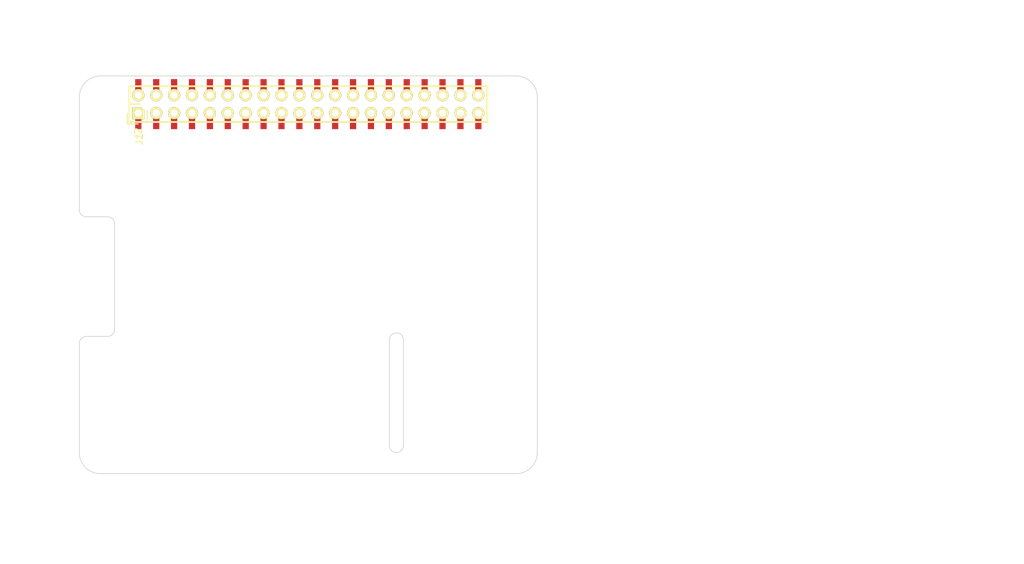
<source format=kicad_pcb>
(kicad_pcb (version 20171130) (host pcbnew "(5.0.1)-3")

  (general
    (thickness 1.6)
    (drawings 37)
    (tracks 0)
    (zones 0)
    (modules 6)
    (nets 81)
  )

  (page A4)
  (layers
    (0 F.Cu signal)
    (31 B.Cu signal)
    (32 B.Adhes user)
    (33 F.Adhes user)
    (34 B.Paste user)
    (35 F.Paste user)
    (36 B.SilkS user)
    (37 F.SilkS user)
    (38 B.Mask user)
    (39 F.Mask user)
    (40 Dwgs.User user)
    (41 Cmts.User user)
    (42 Eco1.User user)
    (43 Eco2.User user)
    (44 Edge.Cuts user)
    (45 Margin user)
    (46 B.CrtYd user)
    (47 F.CrtYd user)
    (48 B.Fab user)
    (49 F.Fab user)
  )

  (setup
    (last_trace_width 0.25)
    (user_trace_width 0.01)
    (user_trace_width 0.02)
    (user_trace_width 0.05)
    (user_trace_width 0.1)
    (user_trace_width 0.2)
    (trace_clearance 0.2)
    (zone_clearance 0.508)
    (zone_45_only no)
    (trace_min 0.01)
    (segment_width 0.2)
    (edge_width 0.1)
    (via_size 0.6)
    (via_drill 0.4)
    (via_min_size 0.4)
    (via_min_drill 0.3)
    (uvia_size 0.3)
    (uvia_drill 0.1)
    (uvias_allowed no)
    (uvia_min_size 0.2)
    (uvia_min_drill 0.1)
    (pcb_text_width 0.3)
    (pcb_text_size 1.5 1.5)
    (mod_edge_width 0.15)
    (mod_text_size 1 1)
    (mod_text_width 0.15)
    (pad_size 2.75 2.75)
    (pad_drill 2.75)
    (pad_to_mask_clearance 0)
    (solder_mask_min_width 0.25)
    (aux_axis_origin 0 0)
    (visible_elements 7FFEFFFF)
    (pcbplotparams
      (layerselection 0x00030_80000001)
      (usegerberextensions false)
      (usegerberattributes false)
      (usegerberadvancedattributes false)
      (creategerberjobfile false)
      (excludeedgelayer true)
      (linewidth 0.100000)
      (plotframeref false)
      (viasonmask false)
      (mode 1)
      (useauxorigin false)
      (hpglpennumber 1)
      (hpglpenspeed 20)
      (hpglpendiameter 15.000000)
      (psnegative false)
      (psa4output false)
      (plotreference true)
      (plotvalue true)
      (plotinvisibletext false)
      (padsonsilk false)
      (subtractmaskfromsilk false)
      (outputformat 1)
      (mirror false)
      (drillshape 0)
      (scaleselection 1)
      (outputdirectory "meta/"))
  )

  (net 0 "")
  (net 1 "Net-(J1-Pad34)")
  (net 2 "Net-(J1-Pad36)")
  (net 3 "Net-(J1-Pad40)")
  (net 4 "Net-(J1-Pad38)")
  (net 5 "Net-(J1-Pad18)")
  (net 6 "Net-(J1-Pad20)")
  (net 7 "Net-(J1-Pad24)")
  (net 8 "Net-(J1-Pad22)")
  (net 9 "Net-(J1-Pad30)")
  (net 10 "Net-(J1-Pad32)")
  (net 11 "Net-(J1-Pad28)")
  (net 12 "Net-(J1-Pad26)")
  (net 13 "Net-(J1-Pad10)")
  (net 14 "Net-(J1-Pad12)")
  (net 15 "Net-(J1-Pad16)")
  (net 16 "Net-(J1-Pad14)")
  (net 17 "Net-(J1-Pad6)")
  (net 18 "Net-(J1-Pad8)")
  (net 19 "Net-(J1-Pad4)")
  (net 20 "Net-(J1-Pad2)")
  (net 21 "Net-(J1-Pad39)")
  (net 22 "Net-(J1-Pad37)")
  (net 23 "Net-(J1-Pad33)")
  (net 24 "Net-(J1-Pad35)")
  (net 25 "Net-(J1-Pad27)")
  (net 26 "Net-(J1-Pad25)")
  (net 27 "Net-(J1-Pad29)")
  (net 28 "Net-(J1-Pad31)")
  (net 29 "Net-(J1-Pad23)")
  (net 30 "Net-(J1-Pad21)")
  (net 31 "Net-(J1-Pad17)")
  (net 32 "Net-(J1-Pad19)")
  (net 33 "Net-(J1-Pad3)")
  (net 34 "Net-(J1-Pad1)")
  (net 35 "Net-(J1-Pad5)")
  (net 36 "Net-(J1-Pad7)")
  (net 37 "Net-(J1-Pad15)")
  (net 38 "Net-(J1-Pad13)")
  (net 39 "Net-(J1-Pad9)")
  (net 40 "Net-(J1-Pad11)")
  (net 41 "Net-(J2-Pad1)")
  (net 42 "Net-(J2-Pad2)")
  (net 43 "Net-(J2-Pad3)")
  (net 44 "Net-(J2-Pad4)")
  (net 45 "Net-(J2-Pad5)")
  (net 46 "Net-(J2-Pad6)")
  (net 47 "Net-(J2-Pad7)")
  (net 48 "Net-(J2-Pad8)")
  (net 49 "Net-(J2-Pad9)")
  (net 50 "Net-(J2-Pad10)")
  (net 51 "Net-(J2-Pad11)")
  (net 52 "Net-(J2-Pad12)")
  (net 53 "Net-(J2-Pad13)")
  (net 54 "Net-(J2-Pad14)")
  (net 55 "Net-(J2-Pad15)")
  (net 56 "Net-(J2-Pad16)")
  (net 57 "Net-(J2-Pad17)")
  (net 58 "Net-(J2-Pad18)")
  (net 59 "Net-(J2-Pad19)")
  (net 60 "Net-(J2-Pad20)")
  (net 61 "Net-(J2-Pad21)")
  (net 62 "Net-(J2-Pad22)")
  (net 63 "Net-(J2-Pad23)")
  (net 64 "Net-(J2-Pad24)")
  (net 65 "Net-(J2-Pad25)")
  (net 66 "Net-(J2-Pad26)")
  (net 67 "Net-(J2-Pad27)")
  (net 68 "Net-(J2-Pad28)")
  (net 69 "Net-(J2-Pad29)")
  (net 70 "Net-(J2-Pad30)")
  (net 71 "Net-(J2-Pad31)")
  (net 72 "Net-(J2-Pad32)")
  (net 73 "Net-(J2-Pad33)")
  (net 74 "Net-(J2-Pad34)")
  (net 75 "Net-(J2-Pad35)")
  (net 76 "Net-(J2-Pad36)")
  (net 77 "Net-(J2-Pad37)")
  (net 78 "Net-(J2-Pad38)")
  (net 79 "Net-(J2-Pad39)")
  (net 80 "Net-(J2-Pad40)")

  (net_class Default "This is the default net class."
    (clearance 0.2)
    (trace_width 0.25)
    (via_dia 0.6)
    (via_drill 0.4)
    (uvia_dia 0.3)
    (uvia_drill 0.1)
    (add_net "Net-(J1-Pad1)")
    (add_net "Net-(J1-Pad10)")
    (add_net "Net-(J1-Pad11)")
    (add_net "Net-(J1-Pad12)")
    (add_net "Net-(J1-Pad13)")
    (add_net "Net-(J1-Pad14)")
    (add_net "Net-(J1-Pad15)")
    (add_net "Net-(J1-Pad16)")
    (add_net "Net-(J1-Pad17)")
    (add_net "Net-(J1-Pad18)")
    (add_net "Net-(J1-Pad19)")
    (add_net "Net-(J1-Pad2)")
    (add_net "Net-(J1-Pad20)")
    (add_net "Net-(J1-Pad21)")
    (add_net "Net-(J1-Pad22)")
    (add_net "Net-(J1-Pad23)")
    (add_net "Net-(J1-Pad24)")
    (add_net "Net-(J1-Pad25)")
    (add_net "Net-(J1-Pad26)")
    (add_net "Net-(J1-Pad27)")
    (add_net "Net-(J1-Pad28)")
    (add_net "Net-(J1-Pad29)")
    (add_net "Net-(J1-Pad3)")
    (add_net "Net-(J1-Pad30)")
    (add_net "Net-(J1-Pad31)")
    (add_net "Net-(J1-Pad32)")
    (add_net "Net-(J1-Pad33)")
    (add_net "Net-(J1-Pad34)")
    (add_net "Net-(J1-Pad35)")
    (add_net "Net-(J1-Pad36)")
    (add_net "Net-(J1-Pad37)")
    (add_net "Net-(J1-Pad38)")
    (add_net "Net-(J1-Pad39)")
    (add_net "Net-(J1-Pad4)")
    (add_net "Net-(J1-Pad40)")
    (add_net "Net-(J1-Pad5)")
    (add_net "Net-(J1-Pad6)")
    (add_net "Net-(J1-Pad7)")
    (add_net "Net-(J1-Pad8)")
    (add_net "Net-(J1-Pad9)")
    (add_net "Net-(J2-Pad1)")
    (add_net "Net-(J2-Pad10)")
    (add_net "Net-(J2-Pad11)")
    (add_net "Net-(J2-Pad12)")
    (add_net "Net-(J2-Pad13)")
    (add_net "Net-(J2-Pad14)")
    (add_net "Net-(J2-Pad15)")
    (add_net "Net-(J2-Pad16)")
    (add_net "Net-(J2-Pad17)")
    (add_net "Net-(J2-Pad18)")
    (add_net "Net-(J2-Pad19)")
    (add_net "Net-(J2-Pad2)")
    (add_net "Net-(J2-Pad20)")
    (add_net "Net-(J2-Pad21)")
    (add_net "Net-(J2-Pad22)")
    (add_net "Net-(J2-Pad23)")
    (add_net "Net-(J2-Pad24)")
    (add_net "Net-(J2-Pad25)")
    (add_net "Net-(J2-Pad26)")
    (add_net "Net-(J2-Pad27)")
    (add_net "Net-(J2-Pad28)")
    (add_net "Net-(J2-Pad29)")
    (add_net "Net-(J2-Pad3)")
    (add_net "Net-(J2-Pad30)")
    (add_net "Net-(J2-Pad31)")
    (add_net "Net-(J2-Pad32)")
    (add_net "Net-(J2-Pad33)")
    (add_net "Net-(J2-Pad34)")
    (add_net "Net-(J2-Pad35)")
    (add_net "Net-(J2-Pad36)")
    (add_net "Net-(J2-Pad37)")
    (add_net "Net-(J2-Pad38)")
    (add_net "Net-(J2-Pad39)")
    (add_net "Net-(J2-Pad4)")
    (add_net "Net-(J2-Pad40)")
    (add_net "Net-(J2-Pad5)")
    (add_net "Net-(J2-Pad6)")
    (add_net "Net-(J2-Pad7)")
    (add_net "Net-(J2-Pad8)")
    (add_net "Net-(J2-Pad9)")
  )

  (module RPi_Hat:Pin_Header_Straight_2x20 locked (layer F.Cu) (tedit 551989BF) (tstamp 5516AEA0)
    (at 32.5 4 90)
    (descr "Through hole pin header")
    (tags "pin header")
    (path /5515D395/5516AE26)
    (fp_text reference J2 (at -4.191 -24.13 270) (layer F.SilkS)
      (effects (font (size 1 1) (thickness 0.15)))
    )
    (fp_text value RPi_GPIO (at -1.27 -27.23 90) (layer F.Fab)
      (effects (font (size 1 1) (thickness 0.15)))
    )
    (fp_line (start -3.02 -25.88) (end -3.02 25.92) (layer F.CrtYd) (width 0.05))
    (fp_line (start 3.03 -25.88) (end 3.03 25.92) (layer F.CrtYd) (width 0.05))
    (fp_line (start -3.02 -25.88) (end 3.03 -25.88) (layer F.CrtYd) (width 0.05))
    (fp_line (start -3.02 25.92) (end 3.03 25.92) (layer F.CrtYd) (width 0.05))
    (fp_line (start 2.54 25.4) (end 2.54 -25.4) (layer F.SilkS) (width 0.15))
    (fp_line (start -2.54 -22.86) (end -2.54 25.4) (layer F.SilkS) (width 0.15))
    (fp_line (start 2.54 25.4) (end -2.54 25.4) (layer F.SilkS) (width 0.15))
    (fp_line (start 2.54 -25.4) (end 0 -25.4) (layer F.SilkS) (width 0.15))
    (fp_line (start -1.27 -25.68) (end -2.82 -25.68) (layer F.SilkS) (width 0.15))
    (fp_line (start 0 -25.4) (end 0 -22.86) (layer F.SilkS) (width 0.15))
    (fp_line (start 0 -22.86) (end -2.54 -22.86) (layer F.SilkS) (width 0.15))
    (fp_line (start -2.82 -25.68) (end -2.82 -24.13) (layer F.SilkS) (width 0.15))
    (pad 1 thru_hole rect (at -1.27 -24.13 90) (size 1.7272 1.7272) (drill 1.016) (layers *.Cu *.Mask F.SilkS)
      (net 41 "Net-(J2-Pad1)"))
    (pad 2 thru_hole oval (at 1.27 -24.13 90) (size 1.7272 1.7272) (drill 1.016) (layers *.Cu *.Mask F.SilkS)
      (net 42 "Net-(J2-Pad2)"))
    (pad 3 thru_hole oval (at -1.27 -21.59 90) (size 1.7272 1.7272) (drill 1.016) (layers *.Cu *.Mask F.SilkS)
      (net 43 "Net-(J2-Pad3)"))
    (pad 4 thru_hole oval (at 1.27 -21.59 90) (size 1.7272 1.7272) (drill 1.016) (layers *.Cu *.Mask F.SilkS)
      (net 44 "Net-(J2-Pad4)"))
    (pad 5 thru_hole oval (at -1.27 -19.05 90) (size 1.7272 1.7272) (drill 1.016) (layers *.Cu *.Mask F.SilkS)
      (net 45 "Net-(J2-Pad5)"))
    (pad 6 thru_hole oval (at 1.27 -19.05 90) (size 1.7272 1.7272) (drill 1.016) (layers *.Cu *.Mask F.SilkS)
      (net 46 "Net-(J2-Pad6)"))
    (pad 7 thru_hole oval (at -1.27 -16.51 90) (size 1.7272 1.7272) (drill 1.016) (layers *.Cu *.Mask F.SilkS)
      (net 47 "Net-(J2-Pad7)"))
    (pad 8 thru_hole oval (at 1.27 -16.51 90) (size 1.7272 1.7272) (drill 1.016) (layers *.Cu *.Mask F.SilkS)
      (net 48 "Net-(J2-Pad8)"))
    (pad 9 thru_hole oval (at -1.27 -13.97 90) (size 1.7272 1.7272) (drill 1.016) (layers *.Cu *.Mask F.SilkS)
      (net 49 "Net-(J2-Pad9)"))
    (pad 10 thru_hole oval (at 1.27 -13.97 90) (size 1.7272 1.7272) (drill 1.016) (layers *.Cu *.Mask F.SilkS)
      (net 50 "Net-(J2-Pad10)"))
    (pad 11 thru_hole oval (at -1.27 -11.43 90) (size 1.7272 1.7272) (drill 1.016) (layers *.Cu *.Mask F.SilkS)
      (net 51 "Net-(J2-Pad11)"))
    (pad 12 thru_hole oval (at 1.27 -11.43 90) (size 1.7272 1.7272) (drill 1.016) (layers *.Cu *.Mask F.SilkS)
      (net 52 "Net-(J2-Pad12)"))
    (pad 13 thru_hole oval (at -1.27 -8.89 90) (size 1.7272 1.7272) (drill 1.016) (layers *.Cu *.Mask F.SilkS)
      (net 53 "Net-(J2-Pad13)"))
    (pad 14 thru_hole oval (at 1.27 -8.89 90) (size 1.7272 1.7272) (drill 1.016) (layers *.Cu *.Mask F.SilkS)
      (net 54 "Net-(J2-Pad14)"))
    (pad 15 thru_hole oval (at -1.27 -6.35 90) (size 1.7272 1.7272) (drill 1.016) (layers *.Cu *.Mask F.SilkS)
      (net 55 "Net-(J2-Pad15)"))
    (pad 16 thru_hole oval (at 1.27 -6.35 90) (size 1.7272 1.7272) (drill 1.016) (layers *.Cu *.Mask F.SilkS)
      (net 56 "Net-(J2-Pad16)"))
    (pad 17 thru_hole oval (at -1.27 -3.81 90) (size 1.7272 1.7272) (drill 1.016) (layers *.Cu *.Mask F.SilkS)
      (net 57 "Net-(J2-Pad17)"))
    (pad 18 thru_hole oval (at 1.27 -3.81 90) (size 1.7272 1.7272) (drill 1.016) (layers *.Cu *.Mask F.SilkS)
      (net 58 "Net-(J2-Pad18)"))
    (pad 19 thru_hole oval (at -1.27 -1.27 90) (size 1.7272 1.7272) (drill 1.016) (layers *.Cu *.Mask F.SilkS)
      (net 59 "Net-(J2-Pad19)"))
    (pad 20 thru_hole oval (at 1.27 -1.27 90) (size 1.7272 1.7272) (drill 1.016) (layers *.Cu *.Mask F.SilkS)
      (net 60 "Net-(J2-Pad20)"))
    (pad 21 thru_hole oval (at -1.27 1.27 90) (size 1.7272 1.7272) (drill 1.016) (layers *.Cu *.Mask F.SilkS)
      (net 61 "Net-(J2-Pad21)"))
    (pad 22 thru_hole oval (at 1.27 1.27 90) (size 1.7272 1.7272) (drill 1.016) (layers *.Cu *.Mask F.SilkS)
      (net 62 "Net-(J2-Pad22)"))
    (pad 23 thru_hole oval (at -1.27 3.81 90) (size 1.7272 1.7272) (drill 1.016) (layers *.Cu *.Mask F.SilkS)
      (net 63 "Net-(J2-Pad23)"))
    (pad 24 thru_hole oval (at 1.27 3.81 90) (size 1.7272 1.7272) (drill 1.016) (layers *.Cu *.Mask F.SilkS)
      (net 64 "Net-(J2-Pad24)"))
    (pad 25 thru_hole oval (at -1.27 6.35 90) (size 1.7272 1.7272) (drill 1.016) (layers *.Cu *.Mask F.SilkS)
      (net 65 "Net-(J2-Pad25)"))
    (pad 26 thru_hole oval (at 1.27 6.35 90) (size 1.7272 1.7272) (drill 1.016) (layers *.Cu *.Mask F.SilkS)
      (net 66 "Net-(J2-Pad26)"))
    (pad 27 thru_hole oval (at -1.27 8.89 90) (size 1.7272 1.7272) (drill 1.016) (layers *.Cu *.Mask F.SilkS)
      (net 67 "Net-(J2-Pad27)"))
    (pad 28 thru_hole oval (at 1.27 8.89 90) (size 1.7272 1.7272) (drill 1.016) (layers *.Cu *.Mask F.SilkS)
      (net 68 "Net-(J2-Pad28)"))
    (pad 29 thru_hole oval (at -1.27 11.43 90) (size 1.7272 1.7272) (drill 1.016) (layers *.Cu *.Mask F.SilkS)
      (net 69 "Net-(J2-Pad29)"))
    (pad 30 thru_hole oval (at 1.27 11.43 90) (size 1.7272 1.7272) (drill 1.016) (layers *.Cu *.Mask F.SilkS)
      (net 70 "Net-(J2-Pad30)"))
    (pad 31 thru_hole oval (at -1.27 13.97 90) (size 1.7272 1.7272) (drill 1.016) (layers *.Cu *.Mask F.SilkS)
      (net 71 "Net-(J2-Pad31)"))
    (pad 32 thru_hole oval (at 1.27 13.97 90) (size 1.7272 1.7272) (drill 1.016) (layers *.Cu *.Mask F.SilkS)
      (net 72 "Net-(J2-Pad32)"))
    (pad 33 thru_hole oval (at -1.27 16.51 90) (size 1.7272 1.7272) (drill 1.016) (layers *.Cu *.Mask F.SilkS)
      (net 73 "Net-(J2-Pad33)"))
    (pad 34 thru_hole oval (at 1.27 16.51 90) (size 1.7272 1.7272) (drill 1.016) (layers *.Cu *.Mask F.SilkS)
      (net 74 "Net-(J2-Pad34)"))
    (pad 35 thru_hole oval (at -1.27 19.05 90) (size 1.7272 1.7272) (drill 1.016) (layers *.Cu *.Mask F.SilkS)
      (net 75 "Net-(J2-Pad35)"))
    (pad 36 thru_hole oval (at 1.27 19.05 90) (size 1.7272 1.7272) (drill 1.016) (layers *.Cu *.Mask F.SilkS)
      (net 76 "Net-(J2-Pad36)"))
    (pad 37 thru_hole oval (at -1.27 21.59 90) (size 1.7272 1.7272) (drill 1.016) (layers *.Cu *.Mask F.SilkS)
      (net 77 "Net-(J2-Pad37)"))
    (pad 38 thru_hole oval (at 1.27 21.59 90) (size 1.7272 1.7272) (drill 1.016) (layers *.Cu *.Mask F.SilkS)
      (net 78 "Net-(J2-Pad38)"))
    (pad 39 thru_hole oval (at -1.27 24.13 90) (size 1.7272 1.7272) (drill 1.016) (layers *.Cu *.Mask F.SilkS)
      (net 79 "Net-(J2-Pad39)"))
    (pad 40 thru_hole oval (at 1.27 24.13 90) (size 1.7272 1.7272) (drill 1.016) (layers *.Cu *.Mask F.SilkS)
      (net 80 "Net-(J2-Pad40)"))
    (model Pin_Headers.3dshapes/Pin_Header_Straight_2x20.wrl
      (at (xyz 0 0 0))
      (scale (xyz 1 1 1))
      (rotate (xyz 0 0 90))
    )
  )

  (module RPi_Hat:Samtec_HLE-120-02-XXX-DV-BE-XX-XX locked (layer F.Cu) (tedit 55198B5B) (tstamp 55174A29)
    (at 32.5 4 90)
    (path /5515D395/5515D39E)
    (fp_text reference J1 (at -5 -24 90) (layer F.SilkS)
      (effects (font (size 1 1) (thickness 0.15)))
    )
    (fp_text value RPi_GPIO (at 5.08 0) (layer F.Fab)
      (effects (font (size 1 1) (thickness 0.15)))
    )
    (fp_line (start 2.54 25.4) (end -2.54 25.4) (layer F.SilkS) (width 0.254))
    (fp_line (start -2.54 25.4) (end -2.54 -25.4) (layer F.SilkS) (width 0.254))
    (fp_line (start -2.54 -25.4) (end 2.54 -25.4) (layer F.SilkS) (width 0.254))
    (fp_line (start 2.54 -25.4) (end 2.54 25.4) (layer F.SilkS) (width 0.254))
    (pad 34 smd rect (at 2.7178 16.51 180) (size 0.889 1.6764) (layers F.Cu F.Paste F.Mask)
      (net 1 "Net-(J1-Pad34)"))
    (pad 36 smd rect (at 2.7178 19.05 180) (size 0.889 1.6764) (layers F.Cu F.Paste F.Mask)
      (net 2 "Net-(J1-Pad36)"))
    (pad 40 smd rect (at 2.7178 24.13 180) (size 0.889 1.6764) (layers F.Cu F.Paste F.Mask)
      (net 3 "Net-(J1-Pad40)"))
    (pad 38 smd rect (at 2.7178 21.59 180) (size 0.889 1.6764) (layers F.Cu F.Paste F.Mask)
      (net 4 "Net-(J1-Pad38)"))
    (pad 18 smd rect (at 2.7178 -3.81 180) (size 0.889 1.6764) (layers F.Cu F.Paste F.Mask)
      (net 5 "Net-(J1-Pad18)"))
    (pad 20 smd rect (at 2.7178 -1.27 180) (size 0.889 1.6764) (layers F.Cu F.Paste F.Mask)
      (net 6 "Net-(J1-Pad20)"))
    (pad 24 smd rect (at 2.7178 3.81 180) (size 0.889 1.6764) (layers F.Cu F.Paste F.Mask)
      (net 7 "Net-(J1-Pad24)"))
    (pad 22 smd rect (at 2.7178 1.27 180) (size 0.889 1.6764) (layers F.Cu F.Paste F.Mask)
      (net 8 "Net-(J1-Pad22)"))
    (pad 30 smd rect (at 2.7178 11.43 180) (size 0.889 1.6764) (layers F.Cu F.Paste F.Mask)
      (net 9 "Net-(J1-Pad30)"))
    (pad 32 smd rect (at 2.7178 13.97 180) (size 0.889 1.6764) (layers F.Cu F.Paste F.Mask)
      (net 10 "Net-(J1-Pad32)"))
    (pad 28 smd rect (at 2.7178 8.89 180) (size 0.889 1.6764) (layers F.Cu F.Paste F.Mask)
      (net 11 "Net-(J1-Pad28)"))
    (pad 26 smd rect (at 2.7178 6.35 180) (size 0.889 1.6764) (layers F.Cu F.Paste F.Mask)
      (net 12 "Net-(J1-Pad26)"))
    (pad 10 smd rect (at 2.7178 -13.97 180) (size 0.889 1.6764) (layers F.Cu F.Paste F.Mask)
      (net 13 "Net-(J1-Pad10)"))
    (pad 12 smd rect (at 2.7178 -11.43 180) (size 0.889 1.6764) (layers F.Cu F.Paste F.Mask)
      (net 14 "Net-(J1-Pad12)"))
    (pad 16 smd rect (at 2.7178 -6.35 180) (size 0.889 1.6764) (layers F.Cu F.Paste F.Mask)
      (net 15 "Net-(J1-Pad16)"))
    (pad 14 smd rect (at 2.7178 -8.89 180) (size 0.889 1.6764) (layers F.Cu F.Paste F.Mask)
      (net 16 "Net-(J1-Pad14)"))
    (pad 6 smd rect (at 2.7178 -19.05 180) (size 0.889 1.6764) (layers F.Cu F.Paste F.Mask)
      (net 17 "Net-(J1-Pad6)"))
    (pad 8 smd rect (at 2.7178 -16.51 180) (size 0.889 1.6764) (layers F.Cu F.Paste F.Mask)
      (net 18 "Net-(J1-Pad8)"))
    (pad 4 smd rect (at 2.7178 -21.59 180) (size 0.889 1.6764) (layers F.Cu F.Paste F.Mask)
      (net 19 "Net-(J1-Pad4)"))
    (pad 2 smd rect (at 2.7178 -24.13 180) (size 0.889 1.6764) (layers F.Cu F.Paste F.Mask)
      (net 20 "Net-(J1-Pad2)"))
    (pad 39 smd rect (at -2.7178 24.13 180) (size 0.889 1.6764) (layers F.Cu F.Paste F.Mask)
      (net 21 "Net-(J1-Pad39)"))
    (pad 37 smd rect (at -2.7178 21.59 180) (size 0.889 1.6764) (layers F.Cu F.Paste F.Mask)
      (net 22 "Net-(J1-Pad37)"))
    (pad 33 smd rect (at -2.7178 16.51 180) (size 0.889 1.6764) (layers F.Cu F.Paste F.Mask)
      (net 23 "Net-(J1-Pad33)"))
    (pad 35 smd rect (at -2.7178 19.05 180) (size 0.889 1.6764) (layers F.Cu F.Paste F.Mask)
      (net 24 "Net-(J1-Pad35)"))
    (pad 27 smd rect (at -2.7178 8.89 180) (size 0.889 1.6764) (layers F.Cu F.Paste F.Mask)
      (net 25 "Net-(J1-Pad27)"))
    (pad 25 smd rect (at -2.7178 6.35 180) (size 0.889 1.6764) (layers F.Cu F.Paste F.Mask)
      (net 26 "Net-(J1-Pad25)"))
    (pad 29 smd rect (at -2.7178 11.43 180) (size 0.889 1.6764) (layers F.Cu F.Paste F.Mask)
      (net 27 "Net-(J1-Pad29)"))
    (pad 31 smd rect (at -2.7178 13.97 180) (size 0.889 1.6764) (layers F.Cu F.Paste F.Mask)
      (net 28 "Net-(J1-Pad31)"))
    (pad 23 smd rect (at -2.7178 3.81 180) (size 0.889 1.6764) (layers F.Cu F.Paste F.Mask)
      (net 29 "Net-(J1-Pad23)"))
    (pad 21 smd rect (at -2.7178 1.27 180) (size 0.889 1.6764) (layers F.Cu F.Paste F.Mask)
      (net 30 "Net-(J1-Pad21)"))
    (pad 17 smd rect (at -2.7178 -3.81 180) (size 0.889 1.6764) (layers F.Cu F.Paste F.Mask)
      (net 31 "Net-(J1-Pad17)"))
    (pad 19 smd rect (at -2.7178 -1.27 180) (size 0.889 1.6764) (layers F.Cu F.Paste F.Mask)
      (net 32 "Net-(J1-Pad19)"))
    (pad 3 smd rect (at -2.7178 -21.59 180) (size 0.889 1.6764) (layers F.Cu F.Paste F.Mask)
      (net 33 "Net-(J1-Pad3)"))
    (pad 1 smd rect (at -2.7178 -24.13 180) (size 0.889 1.6764) (layers F.Cu F.Paste F.Mask)
      (net 34 "Net-(J1-Pad1)"))
    (pad 5 smd rect (at -2.7178 -19.05 180) (size 0.889 1.6764) (layers F.Cu F.Paste F.Mask)
      (net 35 "Net-(J1-Pad5)"))
    (pad 7 smd rect (at -2.7178 -16.51 180) (size 0.889 1.6764) (layers F.Cu F.Paste F.Mask)
      (net 36 "Net-(J1-Pad7)"))
    (pad 15 smd rect (at -2.7178 -6.35 180) (size 0.889 1.6764) (layers F.Cu F.Paste F.Mask)
      (net 37 "Net-(J1-Pad15)"))
    (pad 13 smd rect (at -2.7178 -8.89 180) (size 0.889 1.6764) (layers F.Cu F.Paste F.Mask)
      (net 38 "Net-(J1-Pad13)"))
    (pad "" np_thru_hole circle (at -1.27 3.81) (size 0.9652 0.9652) (drill 0.9652) (layers *.Cu *.Mask F.SilkS))
    (pad "" np_thru_hole circle (at -1.27 1.27) (size 0.9652 0.9652) (drill 0.9652) (layers *.Cu *.Mask F.SilkS))
    (pad "" np_thru_hole circle (at -1.27 6.35) (size 0.9652 0.9652) (drill 0.9652) (layers *.Cu *.Mask F.SilkS))
    (pad "" np_thru_hole circle (at -1.27 8.89) (size 0.9652 0.9652) (drill 0.9652) (layers *.Cu *.Mask F.SilkS))
    (pad "" np_thru_hole circle (at -1.27 19.05) (size 0.9652 0.9652) (drill 0.9652) (layers *.Cu *.Mask F.SilkS))
    (pad "" np_thru_hole circle (at -1.27 16.51) (size 0.9652 0.9652) (drill 0.9652) (layers *.Cu *.Mask F.SilkS))
    (pad "" np_thru_hole circle (at -1.27 11.43) (size 0.9652 0.9652) (drill 0.9652) (layers *.Cu *.Mask F.SilkS))
    (pad "" np_thru_hole circle (at -1.27 13.97) (size 0.9652 0.9652) (drill 0.9652) (layers *.Cu *.Mask F.SilkS))
    (pad "" np_thru_hole circle (at -1.27 21.59) (size 0.9652 0.9652) (drill 0.9652) (layers *.Cu *.Mask F.SilkS))
    (pad "" np_thru_hole circle (at -1.27 24.13) (size 0.9652 0.9652) (drill 0.9652) (layers *.Cu *.Mask F.SilkS))
    (pad "" np_thru_hole circle (at -1.27 -1.27) (size 0.9652 0.9652) (drill 0.9652) (layers *.Cu *.Mask F.SilkS))
    (pad "" np_thru_hole circle (at -1.27 -3.81) (size 0.9652 0.9652) (drill 0.9652) (layers *.Cu *.Mask F.SilkS))
    (pad "" np_thru_hole circle (at -1.27 -11.43) (size 0.9652 0.9652) (drill 0.9652) (layers *.Cu *.Mask F.SilkS))
    (pad "" np_thru_hole circle (at -1.27 -13.97) (size 0.9652 0.9652) (drill 0.9652) (layers *.Cu *.Mask F.SilkS))
    (pad "" np_thru_hole circle (at -1.27 -8.89) (size 0.9652 0.9652) (drill 0.9652) (layers *.Cu *.Mask F.SilkS))
    (pad "" np_thru_hole circle (at -1.27 -6.35) (size 0.9652 0.9652) (drill 0.9652) (layers *.Cu *.Mask F.SilkS))
    (pad "" np_thru_hole circle (at -1.27 -16.51) (size 0.9652 0.9652) (drill 0.9652) (layers *.Cu *.Mask F.SilkS))
    (pad "" np_thru_hole circle (at -1.27 -19.05) (size 0.9652 0.9652) (drill 0.9652) (layers *.Cu *.Mask F.SilkS))
    (pad "" np_thru_hole circle (at -1.27 -24.13) (size 0.9652 0.9652) (drill 0.9652) (layers *.Cu *.Mask F.SilkS))
    (pad "" np_thru_hole circle (at -1.27 -21.59) (size 0.9652 0.9652) (drill 0.9652) (layers *.Cu *.Mask F.SilkS))
    (pad "" np_thru_hole circle (at 1.27 -21.59) (size 0.9652 0.9652) (drill 0.9652) (layers *.Cu *.Mask F.SilkS))
    (pad "" np_thru_hole circle (at 1.27 -24.13) (size 0.9652 0.9652) (drill 0.9652) (layers *.Cu *.Mask F.SilkS))
    (pad "" np_thru_hole circle (at 1.27 -19.05) (size 0.9652 0.9652) (drill 0.9652) (layers *.Cu *.Mask F.SilkS))
    (pad "" np_thru_hole circle (at 1.27 -16.51) (size 0.9652 0.9652) (drill 0.9652) (layers *.Cu *.Mask F.SilkS))
    (pad "" np_thru_hole circle (at 1.27 -6.35) (size 0.9652 0.9652) (drill 0.9652) (layers *.Cu *.Mask F.SilkS))
    (pad "" np_thru_hole circle (at 1.27 -8.89) (size 0.9652 0.9652) (drill 0.9652) (layers *.Cu *.Mask F.SilkS))
    (pad "" np_thru_hole circle (at 1.27 -13.97) (size 0.9652 0.9652) (drill 0.9652) (layers *.Cu *.Mask F.SilkS))
    (pad "" np_thru_hole circle (at 1.27 -11.43) (size 0.9652 0.9652) (drill 0.9652) (layers *.Cu *.Mask F.SilkS))
    (pad "" np_thru_hole circle (at 1.27 -3.81) (size 0.9652 0.9652) (drill 0.9652) (layers *.Cu *.Mask F.SilkS))
    (pad "" np_thru_hole circle (at 1.27 -1.27) (size 0.9652 0.9652) (drill 0.9652) (layers *.Cu *.Mask F.SilkS))
    (pad "" np_thru_hole circle (at 1.27 24.13) (size 0.9652 0.9652) (drill 0.9652) (layers *.Cu *.Mask F.SilkS))
    (pad "" np_thru_hole circle (at 1.27 21.59) (size 0.9652 0.9652) (drill 0.9652) (layers *.Cu *.Mask F.SilkS))
    (pad "" np_thru_hole circle (at 1.27 13.97) (size 0.9652 0.9652) (drill 0.9652) (layers *.Cu *.Mask F.SilkS))
    (pad "" np_thru_hole circle (at 1.27 11.43) (size 0.9652 0.9652) (drill 0.9652) (layers *.Cu *.Mask F.SilkS))
    (pad "" np_thru_hole circle (at 1.27 16.51) (size 0.9652 0.9652) (drill 0.9652) (layers *.Cu *.Mask F.SilkS))
    (pad "" np_thru_hole circle (at 1.27 19.05) (size 0.9652 0.9652) (drill 0.9652) (layers *.Cu *.Mask F.SilkS))
    (pad "" np_thru_hole circle (at 1.27 8.89) (size 0.9652 0.9652) (drill 0.9652) (layers *.Cu *.Mask F.SilkS))
    (pad "" np_thru_hole circle (at 1.27 6.35) (size 0.9652 0.9652) (drill 0.9652) (layers *.Cu *.Mask F.SilkS))
    (pad "" np_thru_hole circle (at 1.27 1.27) (size 0.9652 0.9652) (drill 0.9652) (layers *.Cu *.Mask F.SilkS))
    (pad "" np_thru_hole circle (at 1.27 3.81) (size 0.9652 0.9652) (drill 0.9652) (layers *.Cu *.Mask F.SilkS))
    (pad 9 smd rect (at -2.7178 -13.97 180) (size 0.889 1.6764) (layers F.Cu F.Paste F.Mask)
      (net 39 "Net-(J1-Pad9)"))
    (pad 11 smd rect (at -2.7178 -11.43 180) (size 0.889 1.6764) (layers F.Cu F.Paste F.Mask)
      (net 40 "Net-(J1-Pad11)"))
    (pad "" np_thru_hole circle (at 0 -22.86) (size 1.778 1.778) (drill 1.778) (layers *.Cu *.Mask F.SilkS))
    (pad "" np_thru_hole circle (at 0 22.86) (size 1.778 1.778) (drill 1.778) (layers *.Cu *.Mask F.SilkS))
  )

  (module RPi_Hat:RPi_Hat_Mounting_Hole locked (layer F.Cu) (tedit 55217C7B) (tstamp 5515DEA9)
    (at 61.5 4)
    (descr "Mounting hole, Befestigungsbohrung, 2,7mm, No Annular, Kein Restring,")
    (tags "Mounting hole, Befestigungsbohrung, 2,7mm, No Annular, Kein Restring,")
    (fp_text reference "" (at 0 -4.0005) (layer F.SilkS) hide
      (effects (font (size 1 1) (thickness 0.15)))
    )
    (fp_text value "" (at 0.09906 3.59918) (layer F.Fab) hide
      (effects (font (size 1 1) (thickness 0.15)))
    )
    (fp_circle (center 0 0) (end 1.375 0) (layer F.Fab) (width 0.15))
    (fp_circle (center 0 0) (end 3.1 0) (layer F.Fab) (width 0.15))
    (fp_circle (center 0 0) (end 3.1 0) (layer B.Fab) (width 0.15))
    (fp_circle (center 0 0) (end 1.375 0) (layer B.Fab) (width 0.15))
    (fp_circle (center 0 0) (end 3.1 0) (layer F.CrtYd) (width 0.15))
    (fp_circle (center 0 0) (end 3.1 0) (layer B.CrtYd) (width 0.15))
    (pad "" np_thru_hole circle (at 0 0) (size 2.75 2.75) (drill 2.75) (layers *.Cu *.Mask)
      (solder_mask_margin 1.725) (clearance 1.725))
  )

  (module RPi_Hat:RPi_Hat_Mounting_Hole locked (layer F.Cu) (tedit 55217CCB) (tstamp 55169DC9)
    (at 61.5 53)
    (descr "Mounting hole, Befestigungsbohrung, 2,7mm, No Annular, Kein Restring,")
    (tags "Mounting hole, Befestigungsbohrung, 2,7mm, No Annular, Kein Restring,")
    (fp_text reference "" (at 0 -4.0005) (layer F.SilkS) hide
      (effects (font (size 1 1) (thickness 0.15)))
    )
    (fp_text value "" (at 0.09906 3.59918) (layer F.Fab) hide
      (effects (font (size 1 1) (thickness 0.15)))
    )
    (fp_circle (center 0 0) (end 1.375 0) (layer F.Fab) (width 0.15))
    (fp_circle (center 0 0) (end 3.1 0) (layer F.Fab) (width 0.15))
    (fp_circle (center 0 0) (end 3.1 0) (layer B.Fab) (width 0.15))
    (fp_circle (center 0 0) (end 1.375 0) (layer B.Fab) (width 0.15))
    (fp_circle (center 0 0) (end 3.1 0) (layer F.CrtYd) (width 0.15))
    (fp_circle (center 0 0) (end 3.1 0) (layer B.CrtYd) (width 0.15))
    (pad "" np_thru_hole circle (at 0 0) (size 2.75 2.75) (drill 2.75) (layers *.Cu *.Mask)
      (solder_mask_margin 1.725) (clearance 1.725))
  )

  (module RPi_Hat:RPi_Hat_Mounting_Hole locked (layer F.Cu) (tedit 55217CB9) (tstamp 5515DECC)
    (at 3.5 53)
    (descr "Mounting hole, Befestigungsbohrung, 2,7mm, No Annular, Kein Restring,")
    (tags "Mounting hole, Befestigungsbohrung, 2,7mm, No Annular, Kein Restring,")
    (fp_text reference "" (at 0 -4.0005) (layer F.SilkS) hide
      (effects (font (size 1 1) (thickness 0.15)))
    )
    (fp_text value "" (at 0.09906 3.59918) (layer F.Fab) hide
      (effects (font (size 1 1) (thickness 0.15)))
    )
    (fp_circle (center 0 0) (end 1.375 0) (layer F.Fab) (width 0.15))
    (fp_circle (center 0 0) (end 3.1 0) (layer F.Fab) (width 0.15))
    (fp_circle (center 0 0) (end 3.1 0) (layer B.Fab) (width 0.15))
    (fp_circle (center 0 0) (end 1.375 0) (layer B.Fab) (width 0.15))
    (fp_circle (center 0 0) (end 3.1 0) (layer F.CrtYd) (width 0.15))
    (fp_circle (center 0 0) (end 3.1 0) (layer B.CrtYd) (width 0.15))
    (pad "" np_thru_hole circle (at 0 0) (size 2.75 2.75) (drill 2.75) (layers *.Cu *.Mask)
      (solder_mask_margin 1.725) (clearance 1.725))
  )

  (module RPi_Hat:RPi_Hat_Mounting_Hole locked (layer F.Cu) (tedit 55217CA2) (tstamp 5515DEBF)
    (at 3.5 4)
    (descr "Mounting hole, Befestigungsbohrung, 2,7mm, No Annular, Kein Restring,")
    (tags "Mounting hole, Befestigungsbohrung, 2,7mm, No Annular, Kein Restring,")
    (fp_text reference "" (at 0 -4.0005) (layer F.SilkS) hide
      (effects (font (size 1 1) (thickness 0.15)))
    )
    (fp_text value "" (at 0.09906 3.59918) (layer F.Fab) hide
      (effects (font (size 1 1) (thickness 0.15)))
    )
    (fp_circle (center 0 0) (end 1.375 0) (layer F.Fab) (width 0.15))
    (fp_circle (center 0 0) (end 3.1 0) (layer F.Fab) (width 0.15))
    (fp_circle (center 0 0) (end 3.1 0) (layer B.Fab) (width 0.15))
    (fp_circle (center 0 0) (end 1.375 0) (layer B.Fab) (width 0.15))
    (fp_circle (center 0 0) (end 3.1 0) (layer F.CrtYd) (width 0.15))
    (fp_circle (center 0 0) (end 3.1 0) (layer B.CrtYd) (width 0.15))
    (pad "" np_thru_hole circle (at 0 0) (size 2.75 2.75) (drill 2.75) (layers *.Cu *.Mask)
      (solder_mask_margin 1.725) (clearance 1.725))
  )

  (gr_text "Select one of these board edges depending \nupon the type of socket that is used." (at 82.5 0.5) (layer Cmts.User)
    (effects (font (size 1.5 1.5) (thickness 0.15)) (justify left))
  )
  (gr_text "Dimensions taken from\nhttps://github.com/raspberrypi/hats/blob/master/hat-board-mechanical.pdf" (at 36.5 67) (layer Cmts.User)
    (effects (font (size 1.5 1.5) (thickness 0.15) italic))
  )
  (dimension 56 (width 0.15) (layer Dwgs.User)
    (gr_text "56 mm (Thru-hole socket J2)" (at 75.35 28.5 270) (layer Dwgs.User)
      (effects (font (size 1.5 1.5) (thickness 0.15)))
    )
    (feature1 (pts (xy 66 56.5) (xy 76.7 56.5)))
    (feature2 (pts (xy 66 0.5) (xy 76.7 0.5)))
    (crossbar (pts (xy 74 0.5) (xy 74 56.5)))
    (arrow1a (pts (xy 74 56.5) (xy 73.413579 55.373496)))
    (arrow1b (pts (xy 74 56.5) (xy 74.586421 55.373496)))
    (arrow2a (pts (xy 74 0.5) (xy 73.413579 1.626504)))
    (arrow2b (pts (xy 74 0.5) (xy 74.586421 1.626504)))
  )
  (dimension 11.5 (width 0.15) (layer Dwgs.User)
    (gr_text "11.5 mm" (at 39.150001 50.75 270) (layer Dwgs.User)
      (effects (font (size 1.5 1.5) (thickness 0.15)))
    )
    (feature1 (pts (xy 43 56.5) (xy 37.800001 56.5)))
    (feature2 (pts (xy 43 45) (xy 37.800001 45)))
    (crossbar (pts (xy 40.500001 45) (xy 40.500001 56.5)))
    (arrow1a (pts (xy 40.500001 56.5) (xy 39.91358 55.373496)))
    (arrow1b (pts (xy 40.500001 56.5) (xy 41.086422 55.373496)))
    (arrow2a (pts (xy 40.500001 45) (xy 39.91358 46.126504)))
    (arrow2b (pts (xy 40.500001 45) (xy 41.086422 46.126504)))
  )
  (dimension 2 (width 0.15) (layer Dwgs.User) (tstamp 5516A8F7)
    (gr_text "2 mm" (at 49.75 33) (layer Dwgs.User) (tstamp 5516A8F7)
      (effects (font (size 1.5 1.5) (thickness 0.15)))
    )
    (feature1 (pts (xy 46 35.5) (xy 46 30.300001)))
    (feature2 (pts (xy 44 35.5) (xy 44 30.300001)))
    (crossbar (pts (xy 44 33.000001) (xy 46 33.000001)))
    (arrow1a (pts (xy 46 33.000001) (xy 44.873496 33.586422)))
    (arrow1b (pts (xy 46 33.000001) (xy 44.873496 32.41358)))
    (arrow2a (pts (xy 44 33.000001) (xy 45.126504 33.586422)))
    (arrow2b (pts (xy 44 33.000001) (xy 45.126504 32.41358)))
  )
  (dimension 17 (width 0.15) (layer Dwgs.User)
    (gr_text "17 mm" (at 51.35 45 270) (layer Dwgs.User)
      (effects (font (size 1.5 1.5) (thickness 0.15)))
    )
    (feature1 (pts (xy 47 53.5) (xy 52.7 53.5)))
    (feature2 (pts (xy 47 36.5) (xy 52.7 36.5)))
    (crossbar (pts (xy 50 36.5) (xy 50 53.5)))
    (arrow1a (pts (xy 50 53.5) (xy 49.413579 52.373496)))
    (arrow1b (pts (xy 50 53.5) (xy 50.586421 52.373496)))
    (arrow2a (pts (xy 50 36.5) (xy 49.413579 37.626504)))
    (arrow2b (pts (xy 50 36.5) (xy 50.586421 37.626504)))
  )
  (dimension 3.5 (width 0.15) (layer Dwgs.User)
    (gr_text "3.5 mm" (at 8.5 60) (layer Dwgs.User)
      (effects (font (size 1.5 1.5) (thickness 0.15)))
    )
    (feature1 (pts (xy 3.5 57.5) (xy 3.5 62.7)))
    (feature2 (pts (xy 0 57.5) (xy 0 62.7)))
    (crossbar (pts (xy 0 60) (xy 3.5 60)))
    (arrow1a (pts (xy 3.5 60) (xy 2.373496 60.586421)))
    (arrow1b (pts (xy 3.5 60) (xy 2.373496 59.413579)))
    (arrow2a (pts (xy 0 60) (xy 1.126504 60.586421)))
    (arrow2b (pts (xy 0 60) (xy 1.126504 59.413579)))
  )
  (dimension 3.5 (width 0.15) (layer Dwgs.User) (tstamp 55169E80)
    (gr_text "3.5 mm" (at 10.25 48.25 270) (layer Dwgs.User) (tstamp 55169E80)
      (effects (font (size 1.5 1.5) (thickness 0.15)))
    )
    (feature1 (pts (xy 7 56.5) (xy 12.7 56.5)))
    (feature2 (pts (xy 7 53) (xy 12.7 53)))
    (crossbar (pts (xy 10 53) (xy 10 56.5)))
    (arrow1a (pts (xy 10 56.5) (xy 9.413579 55.373496)))
    (arrow1b (pts (xy 10 56.5) (xy 10.586421 55.373496)))
    (arrow2a (pts (xy 10 53) (xy 9.413579 54.126504)))
    (arrow2b (pts (xy 10 53) (xy 10.586421 54.126504)))
  )
  (dimension 49 (width 0.15) (layer Dwgs.User)
    (gr_text "49 mm" (at 70.349999 28.5 270) (layer Dwgs.User)
      (effects (font (size 1.5 1.5) (thickness 0.15)))
    )
    (feature1 (pts (xy 66 53) (xy 71.699999 53)))
    (feature2 (pts (xy 66 4) (xy 71.699999 4)))
    (crossbar (pts (xy 68.999999 4) (xy 68.999999 53)))
    (arrow1a (pts (xy 68.999999 53) (xy 68.413578 51.873496)))
    (arrow1b (pts (xy 68.999999 53) (xy 69.58642 51.873496)))
    (arrow2a (pts (xy 68.999999 4) (xy 68.413578 5.126504)))
    (arrow2b (pts (xy 68.999999 4) (xy 69.58642 5.126504)))
  )
  (dimension 19.5 (width 0.15) (layer Dwgs.User) (tstamp 55169DA3)
    (gr_text "19.5 mm" (at -5.35 46.75 270) (layer Dwgs.User) (tstamp 55169DA3)
      (effects (font (size 1.5 1.5) (thickness 0.15)))
    )
    (feature1 (pts (xy -1 56.5) (xy -6.7 56.5)))
    (feature2 (pts (xy -1 37) (xy -6.7 37)))
    (crossbar (pts (xy -4 37) (xy -4 56.5)))
    (arrow1a (pts (xy -4 56.5) (xy -4.586421 55.373496)))
    (arrow1b (pts (xy -4 56.5) (xy -3.413579 55.373496)))
    (arrow2a (pts (xy -4 37) (xy -4.586421 38.126504)))
    (arrow2b (pts (xy -4 37) (xy -3.413579 38.126504)))
  )
  (dimension 17 (width 0.15) (layer Dwgs.User)
    (gr_text "17 mm" (at 9.35 28.5 270) (layer Dwgs.User)
      (effects (font (size 1.5 1.5) (thickness 0.15)))
    )
    (feature1 (pts (xy 6 37) (xy 10.7 37)))
    (feature2 (pts (xy 6 20) (xy 10.7 20)))
    (crossbar (pts (xy 8 20) (xy 8 37)))
    (arrow1a (pts (xy 8 37) (xy 7.413579 35.873496)))
    (arrow1b (pts (xy 8 37) (xy 8.586421 35.873496)))
    (arrow2a (pts (xy 8 20) (xy 7.413579 21.126504)))
    (arrow2b (pts (xy 8 20) (xy 8.586421 21.126504)))
  )
  (dimension 5 (width 0.15) (layer Dwgs.User)
    (gr_text "5 mm" (at 8.75 18) (layer Dwgs.User)
      (effects (font (size 1.5 1.5) (thickness 0.15)))
    )
    (feature1 (pts (xy 5 20) (xy 5 15.3)))
    (feature2 (pts (xy 0 20) (xy 0 15.3)))
    (crossbar (pts (xy 0 18) (xy 5 18)))
    (arrow1a (pts (xy 5 18) (xy 3.873496 18.586421)))
    (arrow1b (pts (xy 5 18) (xy 3.873496 17.413579)))
    (arrow2a (pts (xy 0 18) (xy 1.126504 18.586421)))
    (arrow2b (pts (xy 0 18) (xy 1.126504 17.413579)))
  )
  (dimension 29 (width 0.15) (layer Dwgs.User)
    (gr_text "29 mm" (at 18 11.849999) (layer Dwgs.User)
      (effects (font (size 1.5 1.5) (thickness 0.15)))
    )
    (feature1 (pts (xy 32.5 8) (xy 32.5 13.199999)))
    (feature2 (pts (xy 3.5 8) (xy 3.5 13.199999)))
    (crossbar (pts (xy 3.5 10.499999) (xy 32.5 10.499999)))
    (arrow1a (pts (xy 32.5 10.499999) (xy 31.373496 11.08642)))
    (arrow1b (pts (xy 32.5 10.499999) (xy 31.373496 9.913578)))
    (arrow2a (pts (xy 3.5 10.499999) (xy 4.626504 11.08642)))
    (arrow2b (pts (xy 3.5 10.499999) (xy 4.626504 9.913578)))
  )
  (dimension 58 (width 0.15) (layer Dwgs.User)
    (gr_text "58 mm" (at 32.5 -4.85) (layer Dwgs.User)
      (effects (font (size 1.5 1.5) (thickness 0.15)))
    )
    (feature1 (pts (xy 61.5 -1) (xy 61.5 -6.2)))
    (feature2 (pts (xy 3.5 -1) (xy 3.5 -6.2)))
    (crossbar (pts (xy 3.5 -3.5) (xy 61.5 -3.5)))
    (arrow1a (pts (xy 61.5 -3.5) (xy 60.373496 -2.913579)))
    (arrow1b (pts (xy 61.5 -3.5) (xy 60.373496 -4.086421)))
    (arrow2a (pts (xy 3.5 -3.5) (xy 4.626504 -2.913579)))
    (arrow2b (pts (xy 3.5 -3.5) (xy 4.626504 -4.086421)))
  )
  (dimension 65 (width 0.15) (layer Dwgs.User)
    (gr_text "65 mm" (at 32.5 -9.35) (layer Dwgs.User)
      (effects (font (size 1.5 1.5) (thickness 0.15)))
    )
    (feature1 (pts (xy 65 -1) (xy 65 -10.7)))
    (feature2 (pts (xy 0 -1) (xy 0 -10.7)))
    (crossbar (pts (xy 0 -8) (xy 65 -8)))
    (arrow1a (pts (xy 65 -8) (xy 63.873496 -7.413579)))
    (arrow1b (pts (xy 65 -8) (xy 63.873496 -8.586421)))
    (arrow2a (pts (xy 0 -8) (xy 1.126504 -7.413579)))
    (arrow2b (pts (xy 0 -8) (xy 1.126504 -8.586421)))
  )
  (dimension 56.5 (width 0.15) (layer Dwgs.User)
    (gr_text "56.5 mm (SMT socket J1)" (at 79.35 28.25 270) (layer Dwgs.User)
      (effects (font (size 1.5 1.5) (thickness 0.15)))
    )
    (feature1 (pts (xy 66 56.5) (xy 80.7 56.5)))
    (feature2 (pts (xy 66 0) (xy 80.7 0)))
    (crossbar (pts (xy 78 0) (xy 78 56.5)))
    (arrow1a (pts (xy 78 56.5) (xy 77.413579 55.373496)))
    (arrow1b (pts (xy 78 56.5) (xy 78.586421 55.373496)))
    (arrow2a (pts (xy 78 0) (xy 77.413579 1.126504)))
    (arrow2b (pts (xy 78 0) (xy 78.586421 1.126504)))
  )
  (gr_text "Camera Flex Slot\n(Optional)" (at 44.75 60.25) (layer Cmts.User) (tstamp 55169D99)
    (effects (font (size 1.5 1.5) (thickness 0.15)))
  )
  (gr_arc (start 45 52.5) (end 44 52.5) (angle -180) (layer Edge.Cuts) (width 0.1) (tstamp 5515DF03))
  (gr_arc (start 45 37.5) (end 44 37.5) (angle 180) (layer Edge.Cuts) (width 0.1))
  (gr_line (start 46 37.5) (end 46 52.5) (angle 90) (layer Edge.Cuts) (width 0.1) (tstamp 5515DEFA))
  (gr_line (start 44 37.5) (end 44 52.5) (angle 90) (layer Edge.Cuts) (width 0.1))
  (gr_arc (start 1 38) (end 0 38) (angle 90) (layer Edge.Cuts) (width 0.1) (tstamp 5515814F))
  (gr_arc (start 4 36) (end 5 36) (angle 90) (layer Edge.Cuts) (width 0.1) (tstamp 5515812E))
  (gr_arc (start 4 21) (end 4 20) (angle 90) (layer Edge.Cuts) (width 0.1) (tstamp 5515810E))
  (gr_arc (start 1 19) (end 1 20) (angle 90) (layer Edge.Cuts) (width 0.1) (tstamp 55158090))
  (gr_arc (start 62 53.5) (end 65 53.5) (angle 90) (layer Edge.Cuts) (width 0.1) (tstamp 55157FFB))
  (gr_arc (start 3 53.5) (end 3 56.5) (angle 90) (layer Edge.Cuts) (width 0.1) (tstamp 55157FCE))
  (gr_arc (start 3 3) (end 0 3) (angle 90) (layer Edge.Cuts) (width 0.1) (tstamp 55157F8A))
  (gr_arc (start 62 3) (end 62 0) (angle 90) (layer Edge.Cuts) (width 0.1) (tstamp 55157F2C))
  (gr_line (start 0 38) (end 0 53.5) (layer Edge.Cuts) (width 0.1))
  (gr_line (start 0 3) (end 0 19) (layer Edge.Cuts) (width 0.1))
  (gr_line (start 1 37) (end 4 37) (layer Edge.Cuts) (width 0.1))
  (gr_line (start 1 20) (end 4 20) (layer Edge.Cuts) (width 0.1))
  (gr_line (start 5 21) (end 5 36) (layer Edge.Cuts) (width 0.1))
  (gr_line (start 3 56.5) (end 62 56.5) (angle 90) (layer Edge.Cuts) (width 0.1))
  (gr_line (start 65 3) (end 65 53.5) (angle 90) (layer Edge.Cuts) (width 0.1))
  (gr_line (start 3 0) (end 62 0) (angle 90) (layer Edge.Cuts) (width 0.1))

)

</source>
